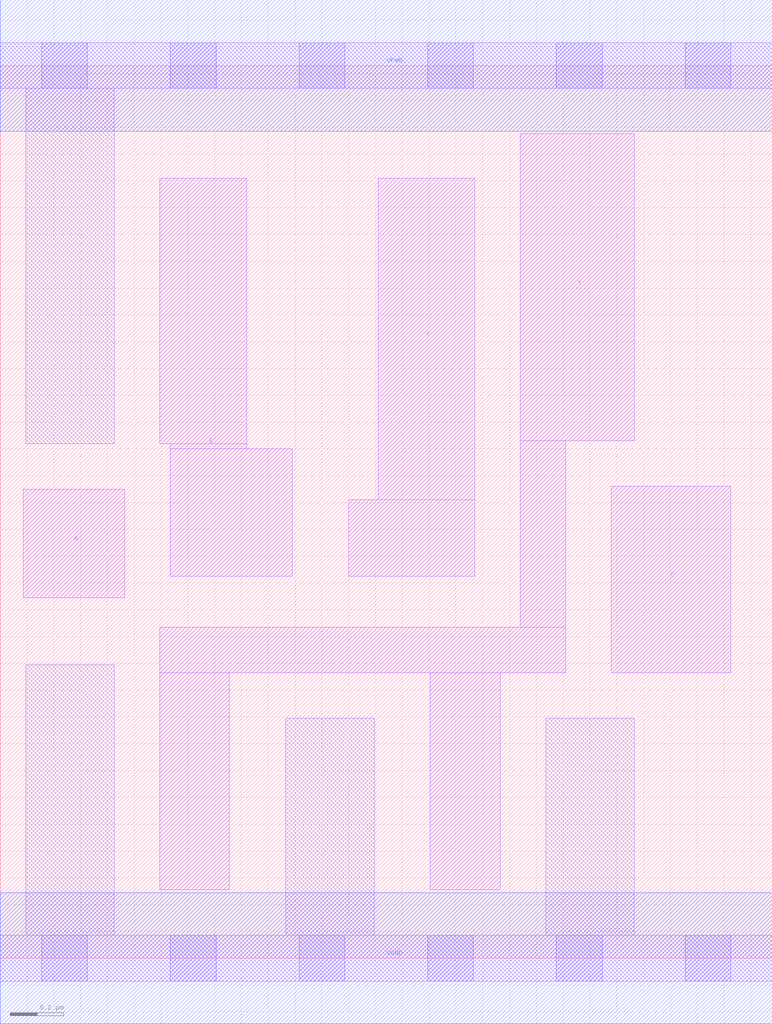
<source format=lef>
# Copyright 2020 The SkyWater PDK Authors
#
# Licensed under the Apache License, Version 2.0 (the "License");
# you may not use this file except in compliance with the License.
# You may obtain a copy of the License at
#
#     https://www.apache.org/licenses/LICENSE-2.0
#
# Unless required by applicable law or agreed to in writing, software
# distributed under the License is distributed on an "AS IS" BASIS,
# WITHOUT WARRANTIES OR CONDITIONS OF ANY KIND, either express or implied.
# See the License for the specific language governing permissions and
# limitations under the License.
#
# SPDX-License-Identifier: Apache-2.0

VERSION 5.7 ;
  NAMESCASESENSITIVE ON ;
  NOWIREEXTENSIONATPIN ON ;
  DIVIDERCHAR "/" ;
  BUSBITCHARS "[]" ;
UNITS
  DATABASE MICRONS 200 ;
END UNITS
MACRO sky130_fd_sc_lp__nor4_1
  CLASS CORE ;
  SOURCE USER ;
  FOREIGN sky130_fd_sc_lp__nor4_1 ;
  ORIGIN  0.000000  0.000000 ;
  SIZE  2.880000 BY  3.330000 ;
  SYMMETRY X Y R90 ;
  SITE unit ;
  PIN A
    ANTENNAGATEAREA  0.315000 ;
    DIRECTION INPUT ;
    USE SIGNAL ;
    PORT
      LAYER li1 ;
        RECT 0.085000 1.345000 0.465000 1.750000 ;
    END
  END A
  PIN B
    ANTENNAGATEAREA  0.315000 ;
    DIRECTION INPUT ;
    USE SIGNAL ;
    PORT
      LAYER li1 ;
        RECT 0.595000 1.920000 0.920000 2.910000 ;
        RECT 0.635000 1.425000 1.090000 1.900000 ;
        RECT 0.635000 1.900000 0.920000 1.920000 ;
    END
  END B
  PIN C
    ANTENNAGATEAREA  0.315000 ;
    DIRECTION INPUT ;
    USE SIGNAL ;
    PORT
      LAYER li1 ;
        RECT 1.300000 1.425000 1.770000 1.710000 ;
        RECT 1.410000 1.710000 1.770000 2.910000 ;
    END
  END C
  PIN D
    ANTENNAGATEAREA  0.315000 ;
    DIRECTION INPUT ;
    USE SIGNAL ;
    PORT
      LAYER li1 ;
        RECT 2.280000 1.065000 2.725000 1.760000 ;
    END
  END D
  PIN Y
    ANTENNADIFFAREA  0.804300 ;
    DIRECTION OUTPUT ;
    USE SIGNAL ;
    PORT
      LAYER li1 ;
        RECT 0.595000 0.255000 0.855000 1.065000 ;
        RECT 0.595000 1.065000 2.110000 1.235000 ;
        RECT 1.605000 0.255000 1.865000 1.065000 ;
        RECT 1.940000 1.235000 2.110000 1.930000 ;
        RECT 1.940000 1.930000 2.365000 3.075000 ;
    END
  END Y
  PIN VGND
    DIRECTION INOUT ;
    USE GROUND ;
    PORT
      LAYER met1 ;
        RECT 0.000000 -0.245000 2.880000 0.245000 ;
    END
  END VGND
  PIN VPWR
    DIRECTION INOUT ;
    USE POWER ;
    PORT
      LAYER met1 ;
        RECT 0.000000 3.085000 2.880000 3.575000 ;
    END
  END VPWR
  OBS
    LAYER li1 ;
      RECT 0.000000 -0.085000 2.880000 0.085000 ;
      RECT 0.000000  3.245000 2.880000 3.415000 ;
      RECT 0.095000  0.085000 0.425000 1.095000 ;
      RECT 0.095000  1.920000 0.425000 3.245000 ;
      RECT 1.065000  0.085000 1.395000 0.895000 ;
      RECT 2.035000  0.085000 2.365000 0.895000 ;
    LAYER mcon ;
      RECT 0.155000 -0.085000 0.325000 0.085000 ;
      RECT 0.155000  3.245000 0.325000 3.415000 ;
      RECT 0.635000 -0.085000 0.805000 0.085000 ;
      RECT 0.635000  3.245000 0.805000 3.415000 ;
      RECT 1.115000 -0.085000 1.285000 0.085000 ;
      RECT 1.115000  3.245000 1.285000 3.415000 ;
      RECT 1.595000 -0.085000 1.765000 0.085000 ;
      RECT 1.595000  3.245000 1.765000 3.415000 ;
      RECT 2.075000 -0.085000 2.245000 0.085000 ;
      RECT 2.075000  3.245000 2.245000 3.415000 ;
      RECT 2.555000 -0.085000 2.725000 0.085000 ;
      RECT 2.555000  3.245000 2.725000 3.415000 ;
  END
END sky130_fd_sc_lp__nor4_1
END LIBRARY

</source>
